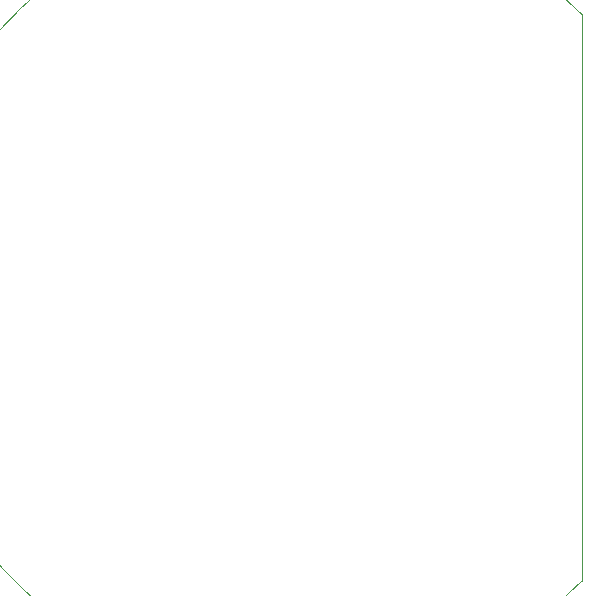
<source format=gbr>
%TF.GenerationSoftware,KiCad,Pcbnew,(6.0.2)*%
%TF.CreationDate,2022-06-07T16:02:26+02:00*%
%TF.ProjectId,RFID_Reader,52464944-5f52-4656-9164-65722e6b6963,rev?*%
%TF.SameCoordinates,Original*%
%TF.FileFunction,Profile,NP*%
%FSLAX46Y46*%
G04 Gerber Fmt 4.6, Leading zero omitted, Abs format (unit mm)*
G04 Created by KiCad (PCBNEW (6.0.2)) date 2022-06-07 16:02:26*
%MOMM*%
%LPD*%
G01*
G04 APERTURE LIST*
%TA.AperFunction,Profile*%
%ADD10C,0.100000*%
%TD*%
G04 APERTURE END LIST*
D10*
X224000000Y-59000000D02*
X224000000Y-107000000D01*
X224000000Y-59000000D02*
G75*
G03*
X224000000Y-107000000I-24000000J-24000000D01*
G01*
M02*

</source>
